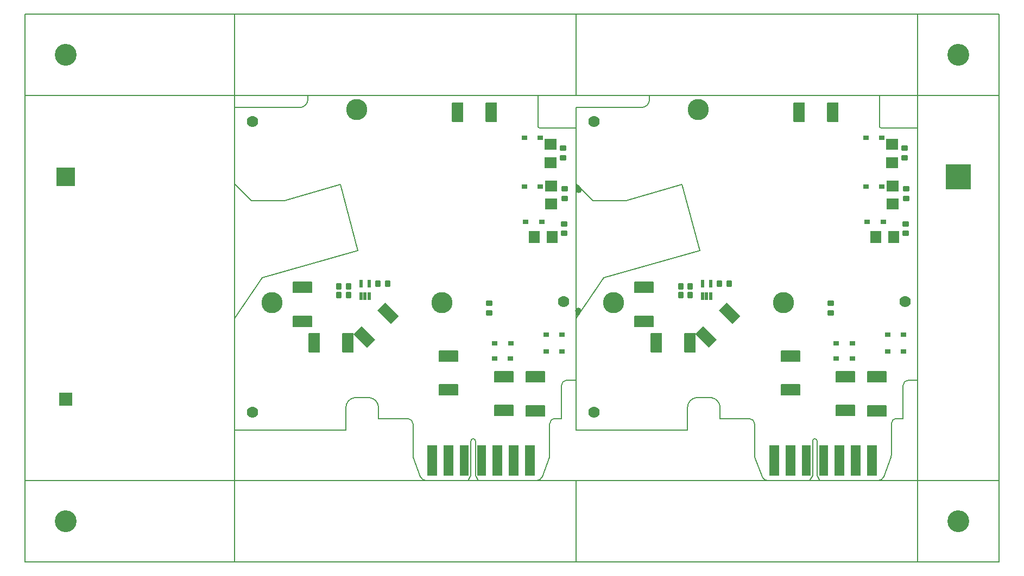
<source format=gbr>
*
%FSLAX26Y26*%
%MOIN*%
G04 A1 - rect40.75x32.75xr2.25 *
%AMA1gbs*
22,1,0.040750,0.028250,-0.020375,-0.014125,0.0*
1,1,0.004500,-0.018125,0.014125*
1,1,0.004500,0.018125,0.014125*
20,1,0.004500,-0.018125,0.014125,0.018125,0.014125,0.0*
1,1,0.004500,-0.018125,-0.014125*
1,1,0.004500,0.018125,-0.014125*
20,1,0.004500,-0.018125,-0.014125,0.018125,-0.014125,0.0*
%
G04 A2 - rect32.75x40.75xr2.25 *
%AMA2gbs*
22,1,0.028250,0.040750,-0.014125,-0.020375,0.0*
1,1,0.004500,-0.014125,-0.018125*
1,1,0.004500,-0.014125,0.018125*
20,1,0.004500,-0.014125,-0.018125,-0.014125,0.018125,0.0*
1,1,0.004500,0.014125,-0.018125*
1,1,0.004500,0.014125,0.018125*
20,1,0.004500,0.014125,-0.018125,0.014125,0.018125,0.0*
%
G04 A3 - rect36.5x24.75xr2 *
%AMA3gbs*
22,1,0.036500,0.020750,-0.018250,-0.010375,0.0*
1,1,0.004000,-0.016250,0.010375*
1,1,0.004000,0.016250,0.010375*
20,1,0.004000,-0.016250,0.010375,0.016250,0.010375,0.0*
1,1,0.004000,-0.016250,-0.010375*
1,1,0.004000,0.016250,-0.010375*
20,1,0.004000,-0.016250,-0.010375,0.016250,-0.010375,0.0*
%
G04 A4 - rect117.25x70xr2 *
%AMA4gbs*
22,1,0.117250,0.066000,-0.058625,-0.033000,0.0*
1,1,0.004000,-0.056625,0.033000*
1,1,0.004000,0.056625,0.033000*
20,1,0.004000,-0.056625,0.033000,0.056625,0.033000,0.0*
1,1,0.004000,-0.056625,-0.033000*
1,1,0.004000,0.056625,-0.033000*
20,1,0.004000,-0.056625,-0.033000,0.056625,-0.033000,0.0*
%
G04 A5 - rect70x117.25xr2 *
%AMA5gbs*
22,1,0.066000,0.117250,-0.033000,-0.058625,0.0*
1,1,0.004000,-0.033000,-0.056625*
1,1,0.004000,-0.033000,0.056625*
20,1,0.004000,-0.033000,-0.056625,-0.033000,0.056625,0.0*
1,1,0.004000,0.033000,-0.056625*
1,1,0.004000,0.033000,0.056625*
20,1,0.004000,0.033000,-0.056625,0.033000,0.056625,0.0*
%
G04 A6 - rect76.25x68.25xr2.25 *
%AMA6gbs*
22,1,0.076250,0.063750,-0.038125,-0.031875,0.0*
1,1,0.004500,-0.035875,0.031875*
1,1,0.004500,0.035875,0.031875*
20,1,0.004500,-0.035875,0.031875,0.035875,0.031875,0.0*
1,1,0.004500,-0.035875,-0.031875*
1,1,0.004500,0.035875,-0.031875*
20,1,0.004500,-0.035875,-0.031875,0.035875,-0.031875,0.0*
%
G04 A7 - rect68.25x76.25xr2.25 *
%AMA7gbs*
22,1,0.063750,0.076250,-0.031875,-0.038125,0.0*
1,1,0.004500,-0.031875,-0.035875*
1,1,0.004500,-0.031875,0.035875*
20,1,0.004500,-0.031875,-0.035875,-0.031875,0.035875,0.0*
1,1,0.004500,0.031875,-0.035875*
1,1,0.004500,0.031875,0.035875*
20,1,0.004500,0.031875,-0.035875,0.031875,0.035875,0.0*
%
G04 A8 - rect60x189xr2 *
%AMA8gbs*
22,1,0.056000,0.189000,-0.028000,-0.094500,0.0*
1,1,0.004000,-0.028000,-0.092500*
1,1,0.004000,-0.028000,0.092500*
20,1,0.004000,-0.028000,-0.092500,-0.028000,0.092500,0.0*
1,1,0.004000,0.028000,-0.092500*
1,1,0.004000,0.028000,0.092500*
20,1,0.004000,0.028000,-0.092500,0.028000,0.092500,0.0*
%
G04 A9 - rect52x189xr2 *
%AMA9gbs*
22,1,0.048000,0.189000,-0.024000,-0.094500,0.0*
1,1,0.004000,-0.024000,-0.092500*
1,1,0.004000,-0.024000,0.092500*
20,1,0.004000,-0.024000,-0.092500,-0.024000,0.092500,0.0*
1,1,0.004000,0.024000,-0.092500*
1,1,0.004000,0.024000,0.092500*
20,1,0.004000,0.024000,-0.092500,0.024000,0.092500,0.0*
%
G04 A10 - rect53x189xr2 *
%AMA10gbs*
22,1,0.049000,0.189000,-0.024500,-0.094500,0.0*
1,1,0.004000,-0.024500,-0.092500*
1,1,0.004000,-0.024500,0.092500*
20,1,0.004000,-0.024500,-0.092500,-0.024500,0.092500,0.0*
1,1,0.004000,0.024500,-0.092500*
1,1,0.004000,0.024500,0.092500*
20,1,0.004000,0.024500,-0.092500,0.024500,0.092500,0.0*
%
G04 A11 - rect23x46.75xr2.25 *
%AMA11gbs*
22,1,0.018500,0.046750,-0.009250,-0.023375,0.0*
1,1,0.004500,-0.009250,-0.021125*
1,1,0.004500,-0.009250,0.021125*
20,1,0.004500,-0.009250,-0.021125,-0.009250,0.021125,0.0*
1,1,0.004500,0.009250,-0.021125*
1,1,0.004500,0.009250,0.021125*
20,1,0.004500,0.009250,-0.021125,0.009250,0.021125,0.0*
%
%ADD10C,0.070000*%
%ADD11A1gbs*%
%ADD12A2gbs*%
%ADD13A3gbs*%
%ADD14A4gbs*%
%ADD15A5gbs*%
%ADD16A6gbs*%
%ADD17A7gbs*%
%ADD18A8gbs*%
%ADD19A9gbs*%
%ADD20A10gbs*%
%ADD21A11gbs*%
%ADD22R,0.005000X0.005000*%
%ADD23C,0.005906*%
%ADD24C,0.130047*%
%ADD25C,0.133984*%
%ADD26R,0.118110X0.118110*%
%ADD27R,0.078740X0.078740*%
%ADD28R,0.157480X0.157480*%
%ADD29C,0.039409*%
%ADD30C,0.027559*%
%IPPOS*%
%LNgbs*%
%LPD*%
G75*
G54D10*
X2021000Y790000D03*
X110000Y1895000D03*
Y110000D03*
G54D11*
X2017000Y1731528D03*
Y1672472D03*
X2027000Y1483528D03*
Y1424472D03*
X2023000Y1208472D03*
Y1267528D03*
X1562736Y778264D03*
Y719209D03*
G54D12*
X879453Y900000D03*
X938508D03*
X641472Y830000D03*
X700528D03*
X641472Y884000D03*
X700528D03*
G54D13*
X1876949Y1796736D03*
X1778524D03*
X1876949Y1495736D03*
X1778524D03*
X1885213Y1281000D03*
X1786787D03*
X2010213Y587000D03*
X1911787D03*
X2010213Y481421D03*
X1911787D03*
X1596224Y438130D03*
X1694650D03*
X1596787Y534315D03*
X1695213D03*
G54D14*
X1845000Y324693D03*
Y118000D03*
X1651736Y325429D03*
Y118736D03*
X1314736Y246941D03*
Y453634D03*
X415000Y668000D03*
Y874693D03*
G54D15*
X698000Y535000D03*
X491307D03*
X1574957Y1954382D03*
X1368264D03*
G54D16*
X1939736Y1754854D03*
Y1644618D03*
X1944000Y1500118D03*
Y1389882D03*
G54D17*
X1949118Y1187000D03*
X1838882D03*
G54D18*
X1814736Y-187264D03*
X1714736D03*
X1614736D03*
X1314736D03*
X1214736D03*
G54D19*
X1518236D03*
G54D20*
X1411236D03*
G36*
X877618Y734705D02*
X927087Y784173D01*
X1009965Y701295D01*
X960496Y651827D01*
X877618Y734705D01*
G37*
G36*
X731464Y588551D02*
X780933Y638020D01*
X863811Y555142D01*
X814343Y505673D01*
X731464Y588551D01*
G37*
G54D21*
X826591Y898402D03*
X775409D03*
Y823598D03*
X801000D03*
X826591D03*
%LPC*%
G75*
X826591Y823598D02*
G54D22*
X788205Y802731D02*
Y844466D01*
X813795Y802731D02*
Y844466D01*
%LPD*%
G75*
X813795Y844466D02*
G54D23*
X399736Y1981969D02*
G03X450000Y2032236I0J50264D01*
X1862000Y1867000D02*
G03X1872000Y1857000I10000J0D01*
X2038709Y306248D02*
G03X2007193Y274736I0J-31516D01*
X1966205Y70000D02*
G03X1943339Y60165I7J-31516D01*
G03X1934697Y38484I22871J-21679D01*
X1932602Y-165654D02*
G03X1934697Y-153780I-32641J11879D01*
X1855858Y-309685D02*
G03X1888496Y-286831I-2J34735D01*
X1478724Y-67449D02*
G03X1451197Y-67449I-13764J0D01*
X1141425Y-286839D02*
G03X1174063Y-309685I32636J11887D01*
X1095224Y-153780D02*
G03X1097319Y-165654I34735J5D01*
X1095224Y38484D02*
G03X1063717Y70000I-31516J0D01*
X883724Y137236D02*
G03X829098Y199469I-62763J-1D01*
X737819D02*
G03X683193Y137236I8139J-62235D01*
X0Y0D02*
G01Y688000D01*
X170000Y935354D01*
X757996Y1102008D01*
X758000Y1102000D01*
X649000Y1509000D02*
X758000Y1102000D01*
X306650Y1411000D02*
X649000Y1509000D01*
X102000Y1411000D02*
X306650D01*
X0Y1513000D02*
X102000Y1411000D01*
X0Y1513000D02*
Y1981969D01*
X399736D01*
X450000Y2032236D02*
Y2057756D01*
X1862000D01*
Y1867000D02*
Y2057756D01*
X1872000Y1857000D02*
X2097197D01*
Y306248D02*
Y1857000D01*
X2038709Y306248D02*
X2097197D01*
X2007193Y70000D02*
Y274736D01*
X1966209Y70000D02*
X2007193D01*
X1966205D02*
X1966209D01*
X1934697Y-153780D02*
Y38484D01*
X1932602Y-165657D02*
Y-165654D01*
X1888500Y-286823D02*
X1932602Y-165657D01*
X1888496Y-286831D02*
X1888500Y-286823D01*
X1855850Y-309685D02*
X1855858D01*
X1495933D02*
X1855850D01*
X1478724Y-279878D02*
X1495933Y-309685D01*
X1478724Y-279878D02*
Y-67449D01*
X1451197Y-279878D02*
Y-67449D01*
X1433988Y-309685D02*
X1451197Y-279878D01*
X1174063Y-309685D02*
X1433988D01*
X1174063D03*
X1141421Y-286827D02*
X1141425Y-286839D01*
X1097319Y-165657D02*
X1141421Y-286827D01*
X1097319Y-165654D02*
Y-165657D01*
X1095224Y-153780D02*
Y38484D01*
X1063709Y70000D02*
X1063717D01*
X883724D02*
X1063709D01*
X883724D02*
Y137236D01*
X829098Y199469D02*
X834642D01*
Y200000D01*
X732280D02*
X834642D01*
X732280Y199469D02*
Y200000D01*
Y199469D02*
X737819D01*
X683193Y0D02*
Y137236D01*
X0Y0D02*
X683193D01*
G54D24*
X228331Y783736D03*
X1273331D03*
X750831Y1969736D03*
G54D10*
X4118197Y790000D03*
X2207197Y1895000D03*
Y110000D03*
G54D11*
X4114197Y1731528D03*
Y1672472D03*
X4124197Y1483528D03*
Y1424472D03*
X4120197Y1208472D03*
Y1267528D03*
X3659933Y778264D03*
Y719209D03*
G54D12*
X2976650Y900000D03*
X3035705D03*
X2738669Y830000D03*
X2797724D03*
X2738669Y884000D03*
X2797724D03*
G54D13*
X3974146Y1796736D03*
X3875720D03*
X3974146Y1495736D03*
X3875720D03*
X3982409Y1281000D03*
X3883984D03*
X4107409Y587000D03*
X4008984D03*
X4107409Y481421D03*
X4008984D03*
X3693421Y438130D03*
X3791846D03*
X3693984Y534315D03*
X3792409D03*
G54D14*
X3942197Y324693D03*
Y118000D03*
X3748933Y325429D03*
Y118736D03*
X3411933Y246941D03*
Y453634D03*
X2512197Y668000D03*
Y874693D03*
G54D15*
X2795197Y535000D03*
X2588504D03*
X3672154Y1954382D03*
X3465461D03*
G54D16*
X4036933Y1754854D03*
Y1644618D03*
X4041197Y1500118D03*
Y1389882D03*
G54D17*
X4046315Y1187000D03*
X3936079D03*
G54D18*
X3911933Y-187264D03*
X3811933D03*
X3711933D03*
X3411933D03*
X3311933D03*
G54D19*
X3615433D03*
G54D20*
X3508433D03*
G36*
X2974815Y734705D02*
X3024283Y784173D01*
X3107162Y701295D01*
X3057693Y651827D01*
X2974815Y734705D01*
G37*
G36*
X2828661Y588551D02*
X2878130Y638020D01*
X2961008Y555142D01*
X2911539Y505673D01*
X2828661Y588551D01*
G37*
G54D21*
X2923787Y898402D03*
X2872606D03*
Y823598D03*
X2898197D03*
X2923787D03*
%LPC*%
G75*
X2923787Y823598D02*
G54D22*
X2885402Y802731D02*
Y844466D01*
X2910992Y802731D02*
Y844466D01*
%LPD*%
G75*
X2910992Y844466D02*
G54D23*
X2496933Y1981969D02*
G03X2547197Y2032236I0J50264D01*
X3959197Y1867000D02*
G03X3969197Y1857000I10000J0D01*
X4135906Y306248D02*
G03X4104390Y274736I0J-31516D01*
X4063402Y70000D02*
G03X4040535Y60165I7J-31516D01*
G03X4031894Y38484I22871J-21679D01*
X4029799Y-165654D02*
G03X4031894Y-153780I-32641J11879D01*
X3953055Y-309685D02*
G03X3985693Y-286831I-2J34735D01*
X3575921Y-67449D02*
G03X3548394Y-67449I-13764J0D01*
X3238622Y-286839D02*
G03X3271260Y-309685I32636J11887D01*
X3192421Y-153780D02*
G03X3194516Y-165654I34735J5D01*
X3192421Y38484D02*
G03X3160913Y70000I-31516J0D01*
X2980921Y137236D02*
G03X2926295Y199469I-62763J-1D01*
X2835016D02*
G03X2780390Y137236I8139J-62235D01*
X2097197Y0D02*
G01Y688000D01*
X2267197Y935354D01*
X2855193Y1102008D01*
X2855197Y1102000D01*
X2746197Y1509000D02*
X2855197Y1102000D01*
X2403846Y1411000D02*
X2746197Y1509000D01*
X2199197Y1411000D02*
X2403846D01*
X2097197Y1513000D02*
X2199197Y1411000D01*
X2097197Y1513000D02*
Y1981969D01*
X2496933D01*
X2547197Y2032236D02*
Y2057756D01*
X3959197D01*
Y1867000D02*
Y2057756D01*
X3969197Y1857000D02*
X4194394D01*
Y306248D02*
Y1857000D01*
X4135906Y306248D02*
X4194394D01*
X4104390Y70000D02*
Y274736D01*
X4063406Y70000D02*
X4104390D01*
X4063402D02*
X4063406D01*
X4031894Y-153780D02*
Y38484D01*
X4029799Y-165657D02*
Y-165654D01*
X3985697Y-286823D02*
X4029799Y-165657D01*
X3985693Y-286831D02*
X3985697Y-286823D01*
X3953047Y-309685D02*
X3953055D01*
X3593130D02*
X3953047D01*
X3575921Y-279878D02*
X3593130Y-309685D01*
X3575921Y-279878D02*
Y-67449D01*
X3548394Y-279878D02*
Y-67449D01*
X3531185Y-309685D02*
X3548394Y-279878D01*
X3271260Y-309685D02*
X3531185D01*
X3271260D03*
X3238618Y-286827D02*
X3238622Y-286839D01*
X3194516Y-165657D02*
X3238618Y-286827D01*
X3194516Y-165654D02*
Y-165657D01*
X3192421Y-153780D02*
Y38484D01*
X3160906Y70000D02*
X3160913D01*
X2980921D02*
X3160906D01*
X2980921D02*
Y137236D01*
X2926295Y199469D02*
X2931839D01*
Y200000D01*
X2829476D02*
X2931839D01*
X2829476Y199469D02*
Y200000D01*
Y199469D02*
X2835016D01*
X2780390Y0D02*
Y137236D01*
X2097197Y0D02*
X2780390D01*
G54D24*
X2325528Y783736D03*
X3370528D03*
X2848028Y1969736D03*
G54D23*
X0Y2057756D02*
Y2557756D01*
X4194394D01*
Y2057756D01*
X4694394D02*
X-1287402D01*
X0Y-809685D02*
Y-309685D01*
X-1287402D02*
X4694394D01*
X4194394D02*
Y-809685D01*
X0D01*
X-1287402D02*
Y2557756D01*
X0D01*
Y-809685D01*
X-1287402D01*
X4194394D02*
Y2557756D01*
X4694394D01*
Y-809685D02*
X4194394D01*
X4694394D02*
Y2557756D01*
G54D25*
X-1037402Y2307756D03*
G54D26*
Y1557756D03*
G54D25*
Y-559685D03*
G54D27*
Y190315D03*
G54D25*
X4444394Y2307756D03*
G54D28*
Y1557756D03*
G54D25*
Y-559685D03*
G54D29*
X2111711Y1477523D03*
X2111135Y733226D03*
G54D30*
X2106047Y716509D03*
X2104967Y1493838D03*
G54D23*
X2097197Y2057756D02*
Y2557756D01*
Y-309685D02*
Y-809685D01*
M02*

</source>
